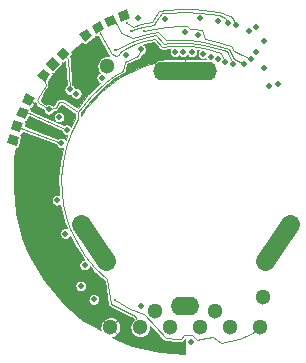
<source format=gbr>
G04 #@! TF.FileFunction,Copper,L3,Inr,Signal*
%FSLAX46Y46*%
G04 Gerber Fmt 4.6, Leading zero omitted, Abs format (unit mm)*
G04 Created by KiCad (PCBNEW 0.201503110816+5502~22~ubuntu14.04.1-product) date ថ្ងៃ​អាទិត្យ ថ្ងៃ 29 ខែ មិនា ឆ្នាំ  2015, 13 ម៉ោង m នាទី 44 វិនាទី​*
%MOMM*%
G01*
G04 APERTURE LIST*
%ADD10C,0.020000*%
%ADD11C,1.600000*%
%ADD12O,5.400000X1.600000*%
%ADD13O,2.400000X1.600000*%
%ADD14C,1.300000*%
%ADD15C,0.500000*%
%ADD16C,0.250000*%
%ADD17C,0.100000*%
G04 APERTURE END LIST*
D10*
D11*
X100845913Y-99563789D02*
X98754087Y-102736211D01*
D12*
X92000000Y-86650000D03*
D11*
X85243143Y-102738034D02*
X83156857Y-99561966D01*
D13*
X92000000Y-106500000D03*
D14*
X85650000Y-108320000D03*
X90730000Y-108320000D03*
X88190000Y-108320000D03*
X93270000Y-108320000D03*
X85400000Y-86200000D03*
X98600000Y-105800000D03*
X98350000Y-108320000D03*
X95820000Y-108320000D03*
X89460000Y-106920000D03*
X94550000Y-106920000D03*
D10*
G36*
X82195599Y-85169873D02*
X81620127Y-85725599D01*
X81064401Y-85150127D01*
X81639873Y-84594401D01*
X82195599Y-85169873D01*
X82195599Y-85169873D01*
G37*
G36*
X87322685Y-82169069D02*
X86570931Y-82442685D01*
X86297315Y-81690931D01*
X87049069Y-81417315D01*
X87322685Y-82169069D01*
X87322685Y-82169069D01*
G37*
G36*
X86211570Y-82583476D02*
X85486524Y-82921570D01*
X85148430Y-82196524D01*
X85873476Y-81858430D01*
X86211570Y-82583476D01*
X86211570Y-82583476D01*
G37*
G36*
X85146410Y-83096410D02*
X84453590Y-83496410D01*
X84053590Y-82803590D01*
X84746410Y-82403590D01*
X85146410Y-83096410D01*
X85146410Y-83096410D01*
G37*
G36*
X80568721Y-86891507D02*
X80098493Y-87538721D01*
X79451279Y-87068493D01*
X79921507Y-86421279D01*
X80568721Y-86891507D01*
X80568721Y-86891507D01*
G37*
G36*
X81344910Y-86000394D02*
X80809606Y-86594910D01*
X80215090Y-86059606D01*
X80750394Y-85465090D01*
X81344910Y-86000394D01*
X81344910Y-86000394D01*
G37*
G36*
X84127091Y-83698230D02*
X83471770Y-84157091D01*
X83012909Y-83501770D01*
X83668230Y-83042909D01*
X84127091Y-83698230D01*
X84127091Y-83698230D01*
G37*
G36*
X78268435Y-91052020D02*
X78007980Y-91808435D01*
X77251565Y-91547980D01*
X77512020Y-90791565D01*
X78268435Y-91052020D01*
X78268435Y-91052020D01*
G37*
G36*
X78725961Y-89961757D02*
X78408243Y-90695961D01*
X77674039Y-90378243D01*
X77991757Y-89644039D01*
X78725961Y-89961757D01*
X78725961Y-89961757D01*
G37*
G36*
X79250968Y-88894610D02*
X78875390Y-89600968D01*
X78169032Y-89225390D01*
X78544610Y-88519032D01*
X79250968Y-88894610D01*
X79250968Y-88894610D01*
G37*
G36*
X77904887Y-92178650D02*
X77711350Y-92954887D01*
X76935113Y-92761350D01*
X77128650Y-91985113D01*
X77904887Y-92178650D01*
X77904887Y-92178650D01*
G37*
D15*
X91990000Y-83360000D03*
X88030000Y-82150000D03*
X93060000Y-83590000D03*
X97410000Y-83270000D03*
X90310000Y-82230000D03*
X94740000Y-82360000D03*
X98630000Y-86340000D03*
X97940000Y-85040000D03*
X98660000Y-84080000D03*
X82270000Y-102630000D03*
X84780000Y-105100000D03*
X83050000Y-87390000D03*
X80090000Y-93730000D03*
D16*
X79640000Y-91110000D03*
X79970000Y-90320000D03*
X86060000Y-106050000D03*
D15*
X99120000Y-87930000D03*
X86980000Y-85250000D03*
D16*
X86050000Y-84890000D03*
D15*
X82210000Y-88190000D03*
X96020000Y-86070000D03*
D16*
X88460000Y-83230000D03*
D15*
X97570000Y-85600000D03*
X96970000Y-86020000D03*
X95380000Y-85830000D03*
X80440000Y-89870000D03*
X88220000Y-84800000D03*
X94750000Y-85630000D03*
X82760000Y-88540000D03*
X94130000Y-85420000D03*
X84920000Y-87210000D03*
X81290000Y-90530000D03*
X84250000Y-105970000D03*
X93500000Y-85150000D03*
X81510000Y-92730000D03*
X91110000Y-85000000D03*
X81840000Y-100390000D03*
X83470000Y-103050000D03*
X81130000Y-97580000D03*
X81960000Y-91600000D03*
X92550000Y-85020000D03*
X83134786Y-104823552D03*
D16*
X87360000Y-83230000D03*
D15*
X95630000Y-82560000D03*
D16*
X87100000Y-82570000D03*
D15*
X96260000Y-82730000D03*
X91770000Y-85000000D03*
X92440000Y-109550000D03*
X99810000Y-87700000D03*
X88220000Y-106560000D03*
X97990000Y-82900000D03*
X93210000Y-82150000D03*
D17*
X87940000Y-86170000D02*
X86510000Y-87030000D01*
X89600000Y-85690000D02*
X87940000Y-86170000D01*
X90740000Y-85590000D02*
X89600000Y-85690000D01*
X91910000Y-85540000D02*
X90740000Y-85590000D01*
X92010000Y-85690000D02*
X91910000Y-85540000D01*
X92000000Y-86650000D02*
X92010000Y-85690000D01*
X79200000Y-89320000D02*
X79330000Y-89620000D01*
X78710000Y-89060000D02*
X79200000Y-89320000D01*
X79910000Y-90050000D02*
X79970000Y-90320000D01*
X79430000Y-89820000D02*
X79910000Y-90050000D01*
X79200000Y-89320000D02*
X79430000Y-89820000D01*
X78710000Y-89060000D02*
X79200000Y-89320000D01*
X94320000Y-109190000D02*
X93290000Y-109360000D01*
X93290000Y-109360000D02*
X92980000Y-109380000D01*
X92980000Y-109380000D02*
X92550000Y-108990000D01*
X92550000Y-108990000D02*
X91900000Y-109000000D01*
X91900000Y-109000000D02*
X91590000Y-109360000D01*
X91590000Y-109360000D02*
X91380000Y-109360000D01*
X86060000Y-106050000D02*
X87350000Y-106760000D01*
X87350000Y-106760000D02*
X88460000Y-107210000D01*
X88460000Y-107210000D02*
X90320000Y-109240000D01*
X90320000Y-109240000D02*
X91380000Y-109360000D01*
X94320000Y-109190000D02*
X95020000Y-109690000D01*
X95020000Y-109690000D02*
X96510000Y-109290000D01*
X96510000Y-109290000D02*
X97540000Y-108920000D01*
X97540000Y-108920000D02*
X98350000Y-108320000D01*
X81630000Y-85160000D02*
X82070000Y-85580000D01*
X82070000Y-85580000D02*
X82210000Y-88190000D01*
X90610000Y-84280000D02*
X90230000Y-84320000D01*
X90230000Y-84320000D02*
X89510000Y-83620000D01*
X89510000Y-83620000D02*
X88740000Y-83770000D01*
X88740000Y-83770000D02*
X87660000Y-84120000D01*
X87660000Y-84120000D02*
X86050000Y-84890000D01*
X96020000Y-86070000D02*
X95530000Y-84950000D01*
X92430000Y-84280000D02*
X90610000Y-84280000D01*
X93590000Y-84410000D02*
X92430000Y-84280000D01*
X95530000Y-84950000D02*
X93590000Y-84410000D01*
X90460000Y-82920000D02*
X89350000Y-83040000D01*
X89350000Y-83040000D02*
X88460000Y-83230000D01*
X92700000Y-83060000D02*
X92400000Y-83050000D01*
X91540000Y-82830000D02*
X90460000Y-82920000D01*
X92140000Y-82810000D02*
X91540000Y-82830000D01*
X92400000Y-83050000D02*
X92140000Y-82810000D01*
X93390000Y-83150000D02*
X92700000Y-83060000D01*
X96630000Y-85150000D02*
X96120000Y-84970000D01*
X96120000Y-84970000D02*
X95890000Y-84490000D01*
X95890000Y-84490000D02*
X94390000Y-84090000D01*
X94390000Y-84090000D02*
X93700000Y-83900000D01*
X93700000Y-83900000D02*
X93390000Y-83150000D01*
X97570000Y-85600000D02*
X96630000Y-85150000D01*
X90400000Y-84030000D02*
X89660000Y-83320000D01*
X89660000Y-83320000D02*
X88750000Y-83490000D01*
X88750000Y-83490000D02*
X87580000Y-83870000D01*
X87580000Y-83870000D02*
X86534118Y-83400819D01*
X86534118Y-83400819D02*
X86180000Y-82610000D01*
X86180000Y-82610000D02*
X85680000Y-82390000D01*
X96970000Y-86020000D02*
X96100000Y-85600000D01*
X92360000Y-84010000D02*
X90400000Y-84030000D01*
X93590000Y-84150000D02*
X92360000Y-84010000D01*
X95710000Y-84730000D02*
X93590000Y-84150000D01*
X96100000Y-85600000D02*
X95710000Y-84730000D01*
X87770000Y-84350000D02*
X87080000Y-84680000D01*
X87080000Y-84680000D02*
X86450000Y-84980000D01*
X86450000Y-84980000D02*
X86350000Y-85240000D01*
X86350000Y-85240000D02*
X86130000Y-85350000D01*
X86130000Y-85350000D02*
X85760000Y-85220000D01*
X85760000Y-85220000D02*
X84750000Y-83380000D01*
X84750000Y-83380000D02*
X84600000Y-82950000D01*
X90780000Y-84540000D02*
X90050000Y-84600000D01*
X90050000Y-84600000D02*
X89390000Y-83910000D01*
X89390000Y-83910000D02*
X88480000Y-84120000D01*
X88480000Y-84120000D02*
X87770000Y-84350000D01*
X95020000Y-85100000D02*
X93620000Y-84710000D01*
X93620000Y-84710000D02*
X92520000Y-84550000D01*
X92520000Y-84550000D02*
X91560000Y-84530000D01*
X91560000Y-84530000D02*
X90780000Y-84540000D01*
X95380000Y-85830000D02*
X95020000Y-85100000D01*
X81470000Y-95700000D02*
X81520000Y-96840000D01*
X81520000Y-96840000D02*
X81660000Y-97940000D01*
X81660000Y-97940000D02*
X81970000Y-99250000D01*
X81970000Y-99250000D02*
X82220000Y-100000000D01*
X80440000Y-89870000D02*
X79580000Y-89380000D01*
X79580000Y-89380000D02*
X79480000Y-89090000D01*
X79480000Y-89090000D02*
X79930000Y-88220000D01*
X79930000Y-88220000D02*
X80160000Y-87880000D01*
X80160000Y-87880000D02*
X80010000Y-86980000D01*
X82950000Y-90130000D02*
X81610000Y-89230000D01*
X81610000Y-89230000D02*
X81270000Y-89280000D01*
X81270000Y-89280000D02*
X81010000Y-89770000D01*
X81010000Y-89770000D02*
X80440000Y-89870000D01*
X82342127Y-91890241D02*
X82900000Y-90710000D01*
X82900000Y-90710000D02*
X82950000Y-90130000D01*
X88220000Y-84800000D02*
X87990000Y-85380000D01*
X87990000Y-85380000D02*
X86880000Y-85890000D01*
X86880000Y-85890000D02*
X86710000Y-86600000D01*
X86710000Y-86600000D02*
X85930000Y-87040000D01*
X85930000Y-87040000D02*
X85260000Y-87560000D01*
X85260000Y-87560000D02*
X83980000Y-88750000D01*
X83980000Y-88750000D02*
X82950000Y-90130000D01*
X82342127Y-91890241D02*
X81880000Y-93060000D01*
X81880000Y-93060000D02*
X81600000Y-94370000D01*
X81600000Y-94370000D02*
X81470000Y-95700000D01*
X82220000Y-100000000D02*
X82790000Y-101110000D01*
X82790000Y-101110000D02*
X83510000Y-102280000D01*
X83510000Y-102280000D02*
X84370000Y-103350000D01*
X84370000Y-103350000D02*
X85390000Y-104280000D01*
X85390000Y-104280000D02*
X85690000Y-106340000D01*
X85690000Y-106340000D02*
X86590000Y-106820000D01*
X86590000Y-106820000D02*
X87760000Y-107370000D01*
X87760000Y-107370000D02*
X88190000Y-108320000D01*
X81510000Y-92730000D02*
X78220000Y-91520000D01*
X78220000Y-91520000D02*
X77760000Y-91300000D01*
X81960000Y-91600000D02*
X78790000Y-90190000D01*
X78790000Y-90190000D02*
X78200000Y-90170000D01*
X87750000Y-83110000D02*
X87360000Y-83230000D01*
X91960000Y-81630000D02*
X90540000Y-81710000D01*
X90540000Y-81710000D02*
X89990000Y-81760000D01*
X89990000Y-81760000D02*
X89540000Y-82400000D01*
X89540000Y-82400000D02*
X89330000Y-82700000D01*
X89330000Y-82700000D02*
X88430000Y-82900000D01*
X88430000Y-82900000D02*
X87750000Y-83110000D01*
X95630000Y-82560000D02*
X95380000Y-82110000D01*
X95380000Y-82110000D02*
X94850000Y-81910000D01*
X94850000Y-81910000D02*
X93230000Y-81690000D01*
X93230000Y-81690000D02*
X91960000Y-81630000D01*
X89150000Y-82470000D02*
X88230000Y-82680000D01*
X88230000Y-82680000D02*
X87560000Y-82900000D01*
X87560000Y-82900000D02*
X87100000Y-82570000D01*
X91510000Y-81370000D02*
X90430000Y-81450000D01*
X90430000Y-81450000D02*
X89770000Y-81510000D01*
X89770000Y-81510000D02*
X89150000Y-82470000D01*
X96260000Y-82730000D02*
X95940000Y-82080000D01*
X95940000Y-82080000D02*
X95810000Y-82010000D01*
X95810000Y-82010000D02*
X94870000Y-81640000D01*
X94870000Y-81640000D02*
X94140000Y-81540000D01*
X94140000Y-81540000D02*
X92810000Y-81390000D01*
X92810000Y-81390000D02*
X91510000Y-81370000D01*
G36*
X82011013Y-92047965D02*
X81856162Y-92439932D01*
X81798228Y-92381592D01*
X81725066Y-92332243D01*
X81643712Y-92298045D01*
X81557265Y-92280300D01*
X81469018Y-92279684D01*
X81382332Y-92296220D01*
X81300508Y-92329279D01*
X81244447Y-92365963D01*
X78390031Y-91316162D01*
X78458454Y-91117449D01*
X78466526Y-91085904D01*
X78468137Y-91029497D01*
X78454003Y-90974867D01*
X78425238Y-90926319D01*
X78391084Y-90894232D01*
X78415379Y-90896802D01*
X78470933Y-90886901D01*
X78521544Y-90861946D01*
X78563222Y-90823904D01*
X78592682Y-90775775D01*
X78737810Y-90440401D01*
X81516475Y-91676337D01*
X81525340Y-91724637D01*
X81557826Y-91806689D01*
X81605632Y-91880869D01*
X81666935Y-91944350D01*
X81739401Y-91994715D01*
X81820270Y-92030046D01*
X81906460Y-92048996D01*
X81994691Y-92050844D01*
X82011013Y-92047965D01*
X82011013Y-92047965D01*
G37*
X82011013Y-92047965D02*
X81856162Y-92439932D01*
X81798228Y-92381592D01*
X81725066Y-92332243D01*
X81643712Y-92298045D01*
X81557265Y-92280300D01*
X81469018Y-92279684D01*
X81382332Y-92296220D01*
X81300508Y-92329279D01*
X81244447Y-92365963D01*
X78390031Y-91316162D01*
X78458454Y-91117449D01*
X78466526Y-91085904D01*
X78468137Y-91029497D01*
X78454003Y-90974867D01*
X78425238Y-90926319D01*
X78391084Y-90894232D01*
X78415379Y-90896802D01*
X78470933Y-90886901D01*
X78521544Y-90861946D01*
X78563222Y-90823904D01*
X78592682Y-90775775D01*
X78737810Y-90440401D01*
X81516475Y-91676337D01*
X81525340Y-91724637D01*
X81557826Y-91806689D01*
X81605632Y-91880869D01*
X81666935Y-91944350D01*
X81739401Y-91994715D01*
X81820270Y-92030046D01*
X81906460Y-92048996D01*
X81994691Y-92050844D01*
X82011013Y-92047965D01*
G36*
X82688265Y-90255362D02*
X82654781Y-90643775D01*
X82326463Y-91338369D01*
X82310412Y-91314211D01*
X82248228Y-91251592D01*
X82175066Y-91202243D01*
X82093712Y-91168045D01*
X82007265Y-91150300D01*
X81919018Y-91149684D01*
X81832332Y-91166220D01*
X81750508Y-91199279D01*
X81740019Y-91206142D01*
X81740019Y-90485875D01*
X81722878Y-90399306D01*
X81689249Y-90317716D01*
X81640412Y-90244211D01*
X81578228Y-90181592D01*
X81505066Y-90132243D01*
X81423712Y-90098045D01*
X81337265Y-90080300D01*
X81249018Y-90079684D01*
X81162332Y-90096220D01*
X81080508Y-90129279D01*
X81006664Y-90177601D01*
X80943612Y-90239346D01*
X80893754Y-90312162D01*
X80858989Y-90393275D01*
X80840641Y-90479596D01*
X80839409Y-90567837D01*
X80855340Y-90654637D01*
X80887826Y-90736689D01*
X80935632Y-90810869D01*
X80996935Y-90874350D01*
X81069401Y-90924715D01*
X81150270Y-90960046D01*
X81236460Y-90978996D01*
X81324691Y-90980844D01*
X81411599Y-90965520D01*
X81493876Y-90933607D01*
X81568388Y-90886320D01*
X81632296Y-90825462D01*
X81683166Y-90753349D01*
X81719060Y-90672729D01*
X81738611Y-90586673D01*
X81740019Y-90485875D01*
X81740019Y-91206142D01*
X81719643Y-91219476D01*
X78924518Y-89976218D01*
X78926802Y-89954621D01*
X78916901Y-89899067D01*
X78891946Y-89848456D01*
X78853904Y-89806778D01*
X78840422Y-89798525D01*
X78875828Y-89801935D01*
X78915027Y-89797987D01*
X78952702Y-89786470D01*
X78987406Y-89767823D01*
X79017806Y-89742763D01*
X79042732Y-89712255D01*
X79061228Y-89677470D01*
X79213948Y-89390245D01*
X79193274Y-89322624D01*
X79019013Y-89229967D01*
X79024064Y-89221328D01*
X79197969Y-89313795D01*
X79265589Y-89293121D01*
X79277725Y-89270295D01*
X79343657Y-89461497D01*
X79349931Y-89475185D01*
X79355162Y-89489306D01*
X79360071Y-89497308D01*
X79363987Y-89505852D01*
X79372804Y-89518066D01*
X79380675Y-89530896D01*
X79387047Y-89537794D01*
X79392546Y-89545412D01*
X79403561Y-89555674D01*
X79413780Y-89566738D01*
X79421376Y-89572272D01*
X79428245Y-89578671D01*
X79441037Y-89586594D01*
X79453216Y-89595467D01*
X79456237Y-89597216D01*
X79989503Y-89901054D01*
X79989409Y-89907837D01*
X80005340Y-89994637D01*
X80037826Y-90076689D01*
X80085632Y-90150869D01*
X80146935Y-90214350D01*
X80219401Y-90264715D01*
X80300270Y-90300046D01*
X80386460Y-90318996D01*
X80474691Y-90320844D01*
X80561599Y-90305520D01*
X80643876Y-90273607D01*
X80718388Y-90226320D01*
X80782296Y-90165462D01*
X80833166Y-90093349D01*
X80851763Y-90051578D01*
X81053199Y-90016239D01*
X81066857Y-90012438D01*
X81080791Y-90009768D01*
X81090311Y-90005912D01*
X81100205Y-90003159D01*
X81112871Y-89996774D01*
X81126013Y-89991452D01*
X81134598Y-89985823D01*
X81143775Y-89981198D01*
X81154960Y-89972473D01*
X81166818Y-89964700D01*
X81174153Y-89957504D01*
X81182248Y-89951191D01*
X81191517Y-89940471D01*
X81201649Y-89930533D01*
X81207447Y-89922049D01*
X81214162Y-89914284D01*
X81221174Y-89901964D01*
X81229180Y-89890251D01*
X81230837Y-89887179D01*
X81431538Y-89508933D01*
X81550802Y-89491394D01*
X82688265Y-90255362D01*
X82688265Y-90255362D01*
G37*
X82688265Y-90255362D02*
X82654781Y-90643775D01*
X82326463Y-91338369D01*
X82310412Y-91314211D01*
X82248228Y-91251592D01*
X82175066Y-91202243D01*
X82093712Y-91168045D01*
X82007265Y-91150300D01*
X81919018Y-91149684D01*
X81832332Y-91166220D01*
X81750508Y-91199279D01*
X81740019Y-91206142D01*
X81740019Y-90485875D01*
X81722878Y-90399306D01*
X81689249Y-90317716D01*
X81640412Y-90244211D01*
X81578228Y-90181592D01*
X81505066Y-90132243D01*
X81423712Y-90098045D01*
X81337265Y-90080300D01*
X81249018Y-90079684D01*
X81162332Y-90096220D01*
X81080508Y-90129279D01*
X81006664Y-90177601D01*
X80943612Y-90239346D01*
X80893754Y-90312162D01*
X80858989Y-90393275D01*
X80840641Y-90479596D01*
X80839409Y-90567837D01*
X80855340Y-90654637D01*
X80887826Y-90736689D01*
X80935632Y-90810869D01*
X80996935Y-90874350D01*
X81069401Y-90924715D01*
X81150270Y-90960046D01*
X81236460Y-90978996D01*
X81324691Y-90980844D01*
X81411599Y-90965520D01*
X81493876Y-90933607D01*
X81568388Y-90886320D01*
X81632296Y-90825462D01*
X81683166Y-90753349D01*
X81719060Y-90672729D01*
X81738611Y-90586673D01*
X81740019Y-90485875D01*
X81740019Y-91206142D01*
X81719643Y-91219476D01*
X78924518Y-89976218D01*
X78926802Y-89954621D01*
X78916901Y-89899067D01*
X78891946Y-89848456D01*
X78853904Y-89806778D01*
X78840422Y-89798525D01*
X78875828Y-89801935D01*
X78915027Y-89797987D01*
X78952702Y-89786470D01*
X78987406Y-89767823D01*
X79017806Y-89742763D01*
X79042732Y-89712255D01*
X79061228Y-89677470D01*
X79213948Y-89390245D01*
X79193274Y-89322624D01*
X79019013Y-89229967D01*
X79024064Y-89221328D01*
X79197969Y-89313795D01*
X79265589Y-89293121D01*
X79277725Y-89270295D01*
X79343657Y-89461497D01*
X79349931Y-89475185D01*
X79355162Y-89489306D01*
X79360071Y-89497308D01*
X79363987Y-89505852D01*
X79372804Y-89518066D01*
X79380675Y-89530896D01*
X79387047Y-89537794D01*
X79392546Y-89545412D01*
X79403561Y-89555674D01*
X79413780Y-89566738D01*
X79421376Y-89572272D01*
X79428245Y-89578671D01*
X79441037Y-89586594D01*
X79453216Y-89595467D01*
X79456237Y-89597216D01*
X79989503Y-89901054D01*
X79989409Y-89907837D01*
X80005340Y-89994637D01*
X80037826Y-90076689D01*
X80085632Y-90150869D01*
X80146935Y-90214350D01*
X80219401Y-90264715D01*
X80300270Y-90300046D01*
X80386460Y-90318996D01*
X80474691Y-90320844D01*
X80561599Y-90305520D01*
X80643876Y-90273607D01*
X80718388Y-90226320D01*
X80782296Y-90165462D01*
X80833166Y-90093349D01*
X80851763Y-90051578D01*
X81053199Y-90016239D01*
X81066857Y-90012438D01*
X81080791Y-90009768D01*
X81090311Y-90005912D01*
X81100205Y-90003159D01*
X81112871Y-89996774D01*
X81126013Y-89991452D01*
X81134598Y-89985823D01*
X81143775Y-89981198D01*
X81154960Y-89972473D01*
X81166818Y-89964700D01*
X81174153Y-89957504D01*
X81182248Y-89951191D01*
X81191517Y-89940471D01*
X81201649Y-89930533D01*
X81207447Y-89922049D01*
X81214162Y-89914284D01*
X81221174Y-89901964D01*
X81229180Y-89890251D01*
X81230837Y-89887179D01*
X81431538Y-89508933D01*
X81550802Y-89491394D01*
X82688265Y-90255362D01*
G36*
X85556310Y-85364325D02*
X85489279Y-85350566D01*
X85322590Y-85349402D01*
X85158848Y-85380637D01*
X85004293Y-85443082D01*
X84864810Y-85534357D01*
X84745711Y-85650987D01*
X84651535Y-85788528D01*
X84585867Y-85941742D01*
X84551210Y-86104793D01*
X84548882Y-86271470D01*
X84578974Y-86435425D01*
X84640338Y-86590413D01*
X84730637Y-86730530D01*
X84779691Y-86781327D01*
X84710508Y-86809279D01*
X84636664Y-86857601D01*
X84573612Y-86919346D01*
X84523754Y-86992162D01*
X84488989Y-87073275D01*
X84470641Y-87159596D01*
X84469409Y-87247837D01*
X84485340Y-87334637D01*
X84517826Y-87416689D01*
X84565632Y-87490869D01*
X84626935Y-87554350D01*
X84699401Y-87604715D01*
X84780270Y-87640046D01*
X84801672Y-87644751D01*
X83809778Y-88566904D01*
X83796003Y-88582479D01*
X83781760Y-88597681D01*
X83779652Y-88600465D01*
X82891928Y-89789842D01*
X81749389Y-89022465D01*
X81734306Y-89014348D01*
X81719727Y-89005367D01*
X81712871Y-89002812D01*
X81706424Y-88999343D01*
X81690047Y-88994308D01*
X81674005Y-88988332D01*
X81666784Y-88987158D01*
X81659786Y-88985007D01*
X81642742Y-88983249D01*
X81625846Y-88980503D01*
X81618534Y-88980753D01*
X81611252Y-88980003D01*
X81594200Y-88981588D01*
X81577084Y-88982176D01*
X81573627Y-88982660D01*
X81233627Y-89032660D01*
X81216524Y-89036913D01*
X81199209Y-89040232D01*
X81192890Y-89042791D01*
X81186277Y-89044436D01*
X81170321Y-89051932D01*
X81153987Y-89058548D01*
X81148290Y-89062282D01*
X81142117Y-89065183D01*
X81127918Y-89075638D01*
X81113182Y-89085300D01*
X81108314Y-89090075D01*
X81102828Y-89094115D01*
X81090940Y-89107117D01*
X81078351Y-89119467D01*
X81074504Y-89125095D01*
X81069906Y-89130125D01*
X81060771Y-89145188D01*
X81050820Y-89159749D01*
X81049163Y-89162821D01*
X80846439Y-89544876D01*
X80765459Y-89559083D01*
X80728228Y-89521592D01*
X80655066Y-89472243D01*
X80573712Y-89438045D01*
X80487265Y-89420300D01*
X80399018Y-89419684D01*
X80312332Y-89436220D01*
X80237052Y-89466634D01*
X79785627Y-89209427D01*
X79751252Y-89109739D01*
X80145304Y-88347905D01*
X80367071Y-88020077D01*
X80376578Y-88002549D01*
X80386691Y-87985408D01*
X80388181Y-87981160D01*
X80390336Y-87977189D01*
X80396265Y-87958125D01*
X80402848Y-87939368D01*
X80403484Y-87934913D01*
X80404827Y-87930599D01*
X80406937Y-87910774D01*
X80409755Y-87891069D01*
X80409513Y-87886562D01*
X80409991Y-87882081D01*
X80408213Y-87862254D01*
X80407149Y-87842347D01*
X80406598Y-87838900D01*
X80354764Y-87527899D01*
X80731307Y-87009633D01*
X80748250Y-86981826D01*
X80766282Y-86928355D01*
X80768738Y-86871979D01*
X80755424Y-86817143D01*
X80733552Y-86778935D01*
X80752309Y-86787537D01*
X80808119Y-86795872D01*
X80864047Y-86788363D01*
X80915682Y-86765602D01*
X80958954Y-86729384D01*
X81494258Y-86134868D01*
X81514014Y-86108984D01*
X81537537Y-86057691D01*
X81545872Y-86001881D01*
X81538363Y-85945953D01*
X81516133Y-85895522D01*
X81549532Y-85913760D01*
X81604625Y-85925968D01*
X81660940Y-85922379D01*
X81714038Y-85903275D01*
X81759731Y-85870163D01*
X81831488Y-85800868D01*
X81940260Y-87828703D01*
X81926664Y-87837601D01*
X81863612Y-87899346D01*
X81813754Y-87972162D01*
X81778989Y-88053275D01*
X81760641Y-88139596D01*
X81759409Y-88227837D01*
X81775340Y-88314637D01*
X81807826Y-88396689D01*
X81855632Y-88470869D01*
X81916935Y-88534350D01*
X81989401Y-88584715D01*
X82070270Y-88620046D01*
X82156460Y-88638996D01*
X82244691Y-88640844D01*
X82318581Y-88627815D01*
X82325340Y-88664637D01*
X82357826Y-88746689D01*
X82405632Y-88820869D01*
X82466935Y-88884350D01*
X82539401Y-88934715D01*
X82620270Y-88970046D01*
X82706460Y-88988996D01*
X82794691Y-88990844D01*
X82881599Y-88975520D01*
X82963876Y-88943607D01*
X83038388Y-88896320D01*
X83102296Y-88835462D01*
X83153166Y-88763349D01*
X83189060Y-88682729D01*
X83208611Y-88596673D01*
X83210019Y-88495875D01*
X83192878Y-88409306D01*
X83159249Y-88327716D01*
X83110412Y-88254211D01*
X83048228Y-88191592D01*
X82975066Y-88142243D01*
X82893712Y-88108045D01*
X82807265Y-88090300D01*
X82719018Y-88089684D01*
X82651445Y-88102574D01*
X82642878Y-88059306D01*
X82609249Y-87977716D01*
X82560412Y-87904211D01*
X82498228Y-87841592D01*
X82439547Y-87802011D01*
X82319641Y-85566609D01*
X82316727Y-85547500D01*
X82314598Y-85528312D01*
X82313057Y-85523436D01*
X82312286Y-85518375D01*
X82305715Y-85500195D01*
X82299900Y-85481786D01*
X82297441Y-85477302D01*
X82295702Y-85472488D01*
X82285727Y-85455933D01*
X82276445Y-85439002D01*
X82273162Y-85435080D01*
X82270521Y-85430697D01*
X82257519Y-85416393D01*
X82245127Y-85401589D01*
X82245040Y-85401505D01*
X82335203Y-85314437D01*
X82356716Y-85289995D01*
X82383760Y-85240468D01*
X82395968Y-85185375D01*
X82392379Y-85129060D01*
X82373275Y-85075962D01*
X82340163Y-85030269D01*
X82324841Y-85014403D01*
X82392984Y-84947681D01*
X83289553Y-84247235D01*
X83307147Y-84272361D01*
X83327923Y-84297434D01*
X83372610Y-84331892D01*
X83425115Y-84352568D01*
X83481298Y-84357833D01*
X83536730Y-84347270D01*
X83587040Y-84321714D01*
X84242361Y-83862853D01*
X84267434Y-83842077D01*
X84301892Y-83797390D01*
X84322568Y-83744885D01*
X84327833Y-83688702D01*
X84319141Y-83643092D01*
X84339572Y-83661903D01*
X84390075Y-83687077D01*
X84445586Y-83697218D01*
X84501727Y-83691527D01*
X84554074Y-83670453D01*
X84607359Y-83639688D01*
X85540846Y-85340297D01*
X85550056Y-85353767D01*
X85556310Y-85364325D01*
X85556310Y-85364325D01*
G37*
X85556310Y-85364325D02*
X85489279Y-85350566D01*
X85322590Y-85349402D01*
X85158848Y-85380637D01*
X85004293Y-85443082D01*
X84864810Y-85534357D01*
X84745711Y-85650987D01*
X84651535Y-85788528D01*
X84585867Y-85941742D01*
X84551210Y-86104793D01*
X84548882Y-86271470D01*
X84578974Y-86435425D01*
X84640338Y-86590413D01*
X84730637Y-86730530D01*
X84779691Y-86781327D01*
X84710508Y-86809279D01*
X84636664Y-86857601D01*
X84573612Y-86919346D01*
X84523754Y-86992162D01*
X84488989Y-87073275D01*
X84470641Y-87159596D01*
X84469409Y-87247837D01*
X84485340Y-87334637D01*
X84517826Y-87416689D01*
X84565632Y-87490869D01*
X84626935Y-87554350D01*
X84699401Y-87604715D01*
X84780270Y-87640046D01*
X84801672Y-87644751D01*
X83809778Y-88566904D01*
X83796003Y-88582479D01*
X83781760Y-88597681D01*
X83779652Y-88600465D01*
X82891928Y-89789842D01*
X81749389Y-89022465D01*
X81734306Y-89014348D01*
X81719727Y-89005367D01*
X81712871Y-89002812D01*
X81706424Y-88999343D01*
X81690047Y-88994308D01*
X81674005Y-88988332D01*
X81666784Y-88987158D01*
X81659786Y-88985007D01*
X81642742Y-88983249D01*
X81625846Y-88980503D01*
X81618534Y-88980753D01*
X81611252Y-88980003D01*
X81594200Y-88981588D01*
X81577084Y-88982176D01*
X81573627Y-88982660D01*
X81233627Y-89032660D01*
X81216524Y-89036913D01*
X81199209Y-89040232D01*
X81192890Y-89042791D01*
X81186277Y-89044436D01*
X81170321Y-89051932D01*
X81153987Y-89058548D01*
X81148290Y-89062282D01*
X81142117Y-89065183D01*
X81127918Y-89075638D01*
X81113182Y-89085300D01*
X81108314Y-89090075D01*
X81102828Y-89094115D01*
X81090940Y-89107117D01*
X81078351Y-89119467D01*
X81074504Y-89125095D01*
X81069906Y-89130125D01*
X81060771Y-89145188D01*
X81050820Y-89159749D01*
X81049163Y-89162821D01*
X80846439Y-89544876D01*
X80765459Y-89559083D01*
X80728228Y-89521592D01*
X80655066Y-89472243D01*
X80573712Y-89438045D01*
X80487265Y-89420300D01*
X80399018Y-89419684D01*
X80312332Y-89436220D01*
X80237052Y-89466634D01*
X79785627Y-89209427D01*
X79751252Y-89109739D01*
X80145304Y-88347905D01*
X80367071Y-88020077D01*
X80376578Y-88002549D01*
X80386691Y-87985408D01*
X80388181Y-87981160D01*
X80390336Y-87977189D01*
X80396265Y-87958125D01*
X80402848Y-87939368D01*
X80403484Y-87934913D01*
X80404827Y-87930599D01*
X80406937Y-87910774D01*
X80409755Y-87891069D01*
X80409513Y-87886562D01*
X80409991Y-87882081D01*
X80408213Y-87862254D01*
X80407149Y-87842347D01*
X80406598Y-87838900D01*
X80354764Y-87527899D01*
X80731307Y-87009633D01*
X80748250Y-86981826D01*
X80766282Y-86928355D01*
X80768738Y-86871979D01*
X80755424Y-86817143D01*
X80733552Y-86778935D01*
X80752309Y-86787537D01*
X80808119Y-86795872D01*
X80864047Y-86788363D01*
X80915682Y-86765602D01*
X80958954Y-86729384D01*
X81494258Y-86134868D01*
X81514014Y-86108984D01*
X81537537Y-86057691D01*
X81545872Y-86001881D01*
X81538363Y-85945953D01*
X81516133Y-85895522D01*
X81549532Y-85913760D01*
X81604625Y-85925968D01*
X81660940Y-85922379D01*
X81714038Y-85903275D01*
X81759731Y-85870163D01*
X81831488Y-85800868D01*
X81940260Y-87828703D01*
X81926664Y-87837601D01*
X81863612Y-87899346D01*
X81813754Y-87972162D01*
X81778989Y-88053275D01*
X81760641Y-88139596D01*
X81759409Y-88227837D01*
X81775340Y-88314637D01*
X81807826Y-88396689D01*
X81855632Y-88470869D01*
X81916935Y-88534350D01*
X81989401Y-88584715D01*
X82070270Y-88620046D01*
X82156460Y-88638996D01*
X82244691Y-88640844D01*
X82318581Y-88627815D01*
X82325340Y-88664637D01*
X82357826Y-88746689D01*
X82405632Y-88820869D01*
X82466935Y-88884350D01*
X82539401Y-88934715D01*
X82620270Y-88970046D01*
X82706460Y-88988996D01*
X82794691Y-88990844D01*
X82881599Y-88975520D01*
X82963876Y-88943607D01*
X83038388Y-88896320D01*
X83102296Y-88835462D01*
X83153166Y-88763349D01*
X83189060Y-88682729D01*
X83208611Y-88596673D01*
X83210019Y-88495875D01*
X83192878Y-88409306D01*
X83159249Y-88327716D01*
X83110412Y-88254211D01*
X83048228Y-88191592D01*
X82975066Y-88142243D01*
X82893712Y-88108045D01*
X82807265Y-88090300D01*
X82719018Y-88089684D01*
X82651445Y-88102574D01*
X82642878Y-88059306D01*
X82609249Y-87977716D01*
X82560412Y-87904211D01*
X82498228Y-87841592D01*
X82439547Y-87802011D01*
X82319641Y-85566609D01*
X82316727Y-85547500D01*
X82314598Y-85528312D01*
X82313057Y-85523436D01*
X82312286Y-85518375D01*
X82305715Y-85500195D01*
X82299900Y-85481786D01*
X82297441Y-85477302D01*
X82295702Y-85472488D01*
X82285727Y-85455933D01*
X82276445Y-85439002D01*
X82273162Y-85435080D01*
X82270521Y-85430697D01*
X82257519Y-85416393D01*
X82245127Y-85401589D01*
X82245040Y-85401505D01*
X82335203Y-85314437D01*
X82356716Y-85289995D01*
X82383760Y-85240468D01*
X82395968Y-85185375D01*
X82392379Y-85129060D01*
X82373275Y-85075962D01*
X82340163Y-85030269D01*
X82324841Y-85014403D01*
X82392984Y-84947681D01*
X83289553Y-84247235D01*
X83307147Y-84272361D01*
X83327923Y-84297434D01*
X83372610Y-84331892D01*
X83425115Y-84352568D01*
X83481298Y-84357833D01*
X83536730Y-84347270D01*
X83587040Y-84321714D01*
X84242361Y-83862853D01*
X84267434Y-83842077D01*
X84301892Y-83797390D01*
X84322568Y-83744885D01*
X84327833Y-83688702D01*
X84319141Y-83643092D01*
X84339572Y-83661903D01*
X84390075Y-83687077D01*
X84445586Y-83697218D01*
X84501727Y-83691527D01*
X84554074Y-83670453D01*
X84607359Y-83639688D01*
X85540846Y-85340297D01*
X85550056Y-85353767D01*
X85556310Y-85364325D01*
G36*
X91950000Y-110568652D02*
X89837286Y-110460308D01*
X87516059Y-109892454D01*
X86503636Y-109450568D01*
X86503636Y-108348535D01*
X86492801Y-108181451D01*
X86449577Y-108019691D01*
X86375627Y-107869472D01*
X86343919Y-107822019D01*
X86222118Y-107754953D01*
X86215047Y-107762024D01*
X86215047Y-107747882D01*
X86147981Y-107626081D01*
X86003035Y-107542264D01*
X85844523Y-107488334D01*
X85678535Y-107466364D01*
X85511451Y-107477199D01*
X85349691Y-107520423D01*
X85199472Y-107594373D01*
X85152019Y-107626081D01*
X85084953Y-107747882D01*
X85650000Y-108312929D01*
X86215047Y-107747882D01*
X86215047Y-107762024D01*
X85657071Y-108320000D01*
X86222118Y-108885047D01*
X86343919Y-108817981D01*
X86427736Y-108673035D01*
X86481666Y-108514523D01*
X86503636Y-108348535D01*
X86503636Y-109450568D01*
X85823142Y-109153557D01*
X85950309Y-109119577D01*
X86100528Y-109045627D01*
X86147981Y-109013919D01*
X86215047Y-108892118D01*
X85650000Y-108327071D01*
X85635857Y-108341213D01*
X85628786Y-108334142D01*
X85642929Y-108320000D01*
X85077882Y-107754953D01*
X84956081Y-107822019D01*
X84872264Y-107966965D01*
X84818334Y-108125477D01*
X84796364Y-108291465D01*
X84807199Y-108458549D01*
X84843321Y-108593734D01*
X84700019Y-108509403D01*
X84700019Y-105925875D01*
X84682878Y-105839306D01*
X84649249Y-105757716D01*
X84600412Y-105684211D01*
X84538228Y-105621592D01*
X84465066Y-105572243D01*
X84383712Y-105538045D01*
X84297265Y-105520300D01*
X84209018Y-105519684D01*
X84122332Y-105536220D01*
X84040508Y-105569279D01*
X83966664Y-105617601D01*
X83903612Y-105679346D01*
X83853754Y-105752162D01*
X83818989Y-105833275D01*
X83800641Y-105919596D01*
X83799409Y-106007837D01*
X83815340Y-106094637D01*
X83847826Y-106176689D01*
X83895632Y-106250869D01*
X83956935Y-106314350D01*
X84029401Y-106364715D01*
X84110270Y-106400046D01*
X84196460Y-106418996D01*
X84284691Y-106420844D01*
X84371599Y-106405520D01*
X84453876Y-106373607D01*
X84528388Y-106326320D01*
X84592296Y-106265462D01*
X84643166Y-106193349D01*
X84679060Y-106112729D01*
X84698611Y-106026673D01*
X84700019Y-105925875D01*
X84700019Y-108509403D01*
X83584805Y-107853125D01*
X83584805Y-104779427D01*
X83567664Y-104692858D01*
X83534035Y-104611268D01*
X83485198Y-104537763D01*
X83423014Y-104475144D01*
X83349852Y-104425795D01*
X83268498Y-104391597D01*
X83182051Y-104373852D01*
X83093804Y-104373236D01*
X83007118Y-104389772D01*
X82925294Y-104422831D01*
X82851450Y-104471153D01*
X82788398Y-104532898D01*
X82738540Y-104605714D01*
X82703775Y-104686827D01*
X82685427Y-104773148D01*
X82684195Y-104861389D01*
X82700126Y-104948189D01*
X82732612Y-105030241D01*
X82780418Y-105104421D01*
X82841721Y-105167902D01*
X82914187Y-105218267D01*
X82995056Y-105253598D01*
X83081246Y-105272548D01*
X83169477Y-105274396D01*
X83256385Y-105259072D01*
X83338662Y-105227159D01*
X83413174Y-105179872D01*
X83477082Y-105119014D01*
X83527952Y-105046901D01*
X83563846Y-104966281D01*
X83583397Y-104880225D01*
X83584805Y-104779427D01*
X83584805Y-107853125D01*
X83288754Y-107678906D01*
X81705494Y-106374459D01*
X80001111Y-104311258D01*
X78774929Y-102217776D01*
X78187623Y-100784352D01*
X77649416Y-98641491D01*
X77450074Y-96548404D01*
X77529875Y-93994776D01*
X77665881Y-93150403D01*
X77694860Y-93155177D01*
X77751192Y-93151866D01*
X77804383Y-93133024D01*
X77850239Y-93100138D01*
X77885145Y-93055800D01*
X77906348Y-93003505D01*
X78099885Y-92227268D01*
X78105177Y-92195140D01*
X78101866Y-92138808D01*
X78083024Y-92085617D01*
X78050138Y-92039761D01*
X78009195Y-92007528D01*
X78030503Y-92008137D01*
X78085133Y-91994003D01*
X78133681Y-91965238D01*
X78172318Y-91924111D01*
X78197999Y-91873864D01*
X78227211Y-91789023D01*
X81071772Y-92835199D01*
X81075340Y-92854637D01*
X81107826Y-92936689D01*
X81155632Y-93010869D01*
X81216935Y-93074350D01*
X81289401Y-93124715D01*
X81370270Y-93160046D01*
X81456460Y-93178996D01*
X81544691Y-93180844D01*
X81600632Y-93170980D01*
X81355522Y-94317745D01*
X81354125Y-94330068D01*
X81351549Y-94342208D01*
X81351186Y-94345680D01*
X81221186Y-95675680D01*
X81221190Y-95691584D01*
X81220111Y-95707466D01*
X81220240Y-95710954D01*
X81270240Y-96850954D01*
X81271455Y-96859484D01*
X81271584Y-96868097D01*
X81272001Y-96871564D01*
X81309646Y-97167354D01*
X81263712Y-97148045D01*
X81177265Y-97130300D01*
X81089018Y-97129684D01*
X81002332Y-97146220D01*
X80920508Y-97179279D01*
X80846664Y-97227601D01*
X80783612Y-97289346D01*
X80733754Y-97362162D01*
X80698989Y-97443275D01*
X80680641Y-97529596D01*
X80679409Y-97617837D01*
X80695340Y-97704637D01*
X80727826Y-97786689D01*
X80775632Y-97860869D01*
X80836935Y-97924350D01*
X80909401Y-97974715D01*
X80990270Y-98010046D01*
X81076460Y-98028996D01*
X81164691Y-98030844D01*
X81251599Y-98015520D01*
X81333876Y-97983607D01*
X81407579Y-97936832D01*
X81412000Y-97971563D01*
X81414555Y-97982761D01*
X81415938Y-97994168D01*
X81416719Y-97997570D01*
X81726719Y-99307571D01*
X81729779Y-99316502D01*
X81731748Y-99325737D01*
X81732829Y-99329057D01*
X81940198Y-99951165D01*
X81887265Y-99940300D01*
X81799018Y-99939684D01*
X81712332Y-99956220D01*
X81630508Y-99989279D01*
X81556664Y-100037601D01*
X81493612Y-100099346D01*
X81443754Y-100172162D01*
X81408989Y-100253275D01*
X81390641Y-100339596D01*
X81389409Y-100427837D01*
X81405340Y-100514637D01*
X81437826Y-100596689D01*
X81485632Y-100670869D01*
X81546935Y-100734350D01*
X81619401Y-100784715D01*
X81700270Y-100820046D01*
X81786460Y-100838996D01*
X81874691Y-100840844D01*
X81961599Y-100825520D01*
X82043876Y-100793607D01*
X82118388Y-100746320D01*
X82182296Y-100685462D01*
X82233166Y-100613349D01*
X82242807Y-100591694D01*
X82567608Y-101224201D01*
X82571898Y-101230862D01*
X82575276Y-101238039D01*
X82577085Y-101241024D01*
X83297085Y-102411024D01*
X83305506Y-102422115D01*
X83312970Y-102433881D01*
X83315139Y-102436618D01*
X83446298Y-102599804D01*
X83429018Y-102599684D01*
X83342332Y-102616220D01*
X83260508Y-102649279D01*
X83186664Y-102697601D01*
X83123612Y-102759346D01*
X83073754Y-102832162D01*
X83038989Y-102913275D01*
X83020641Y-102999596D01*
X83019409Y-103087837D01*
X83035340Y-103174637D01*
X83067826Y-103256689D01*
X83115632Y-103330869D01*
X83176935Y-103394350D01*
X83249401Y-103444715D01*
X83330270Y-103480046D01*
X83416460Y-103498996D01*
X83504691Y-103500844D01*
X83591599Y-103485520D01*
X83673876Y-103453607D01*
X83748388Y-103406320D01*
X83812296Y-103345462D01*
X83863166Y-103273349D01*
X83899060Y-103192729D01*
X83904303Y-103169648D01*
X84175139Y-103506618D01*
X84187421Y-103519165D01*
X84198998Y-103532369D01*
X84201562Y-103534739D01*
X85155494Y-104404501D01*
X85442610Y-106376028D01*
X85446815Y-106393041D01*
X85450082Y-106410282D01*
X85452661Y-106416690D01*
X85454319Y-106423394D01*
X85461757Y-106439283D01*
X85468303Y-106455543D01*
X85472073Y-106461321D01*
X85475005Y-106467583D01*
X85485389Y-106481726D01*
X85494968Y-106496405D01*
X85499794Y-106501346D01*
X85503881Y-106506912D01*
X85516804Y-106518760D01*
X85529061Y-106531308D01*
X85534754Y-106535216D01*
X85539845Y-106539884D01*
X85554823Y-106548995D01*
X85569284Y-106558924D01*
X85572353Y-106560588D01*
X86472353Y-107040588D01*
X86476584Y-107042338D01*
X86480495Y-107044742D01*
X86483644Y-107046248D01*
X87570244Y-107557043D01*
X87626735Y-107681849D01*
X87535711Y-107770987D01*
X87441535Y-107908528D01*
X87375867Y-108061742D01*
X87341210Y-108224793D01*
X87338882Y-108391470D01*
X87368974Y-108555425D01*
X87430338Y-108710413D01*
X87520637Y-108850530D01*
X87636432Y-108970440D01*
X87773313Y-109065574D01*
X87926065Y-109132310D01*
X88088870Y-109168105D01*
X88255527Y-109171596D01*
X88419688Y-109142650D01*
X88575100Y-109082369D01*
X88715844Y-108993050D01*
X88836559Y-108878095D01*
X88932647Y-108741882D01*
X89000447Y-108589600D01*
X89037378Y-108427049D01*
X89040037Y-108236653D01*
X89034091Y-108206624D01*
X90135674Y-109408890D01*
X90146461Y-109418570D01*
X90156450Y-109429081D01*
X90164579Y-109434827D01*
X90171989Y-109441477D01*
X90184460Y-109448883D01*
X90196292Y-109457247D01*
X90205374Y-109461302D01*
X90213941Y-109466389D01*
X90227613Y-109471230D01*
X90240844Y-109477138D01*
X90250549Y-109479353D01*
X90259934Y-109482677D01*
X90274277Y-109484770D01*
X90288412Y-109487997D01*
X90291878Y-109488413D01*
X91351878Y-109608413D01*
X91364227Y-109608598D01*
X91376509Y-109609976D01*
X91380000Y-109610000D01*
X91590000Y-109610000D01*
X91597979Y-109609217D01*
X91605994Y-109609488D01*
X91622206Y-109606842D01*
X91638559Y-109605239D01*
X91646237Y-109602920D01*
X91654147Y-109601630D01*
X91669527Y-109595889D01*
X91685268Y-109591137D01*
X91692353Y-109587369D01*
X91699859Y-109584568D01*
X91713837Y-109575945D01*
X91728348Y-109568230D01*
X91734561Y-109563162D01*
X91741386Y-109558953D01*
X91753424Y-109547778D01*
X91766159Y-109537393D01*
X91771271Y-109531212D01*
X91777146Y-109525760D01*
X91779442Y-109523131D01*
X91950000Y-109325063D01*
X91950000Y-110568652D01*
X91950000Y-110568652D01*
G37*
X91950000Y-110568652D02*
X89837286Y-110460308D01*
X87516059Y-109892454D01*
X86503636Y-109450568D01*
X86503636Y-108348535D01*
X86492801Y-108181451D01*
X86449577Y-108019691D01*
X86375627Y-107869472D01*
X86343919Y-107822019D01*
X86222118Y-107754953D01*
X86215047Y-107762024D01*
X86215047Y-107747882D01*
X86147981Y-107626081D01*
X86003035Y-107542264D01*
X85844523Y-107488334D01*
X85678535Y-107466364D01*
X85511451Y-107477199D01*
X85349691Y-107520423D01*
X85199472Y-107594373D01*
X85152019Y-107626081D01*
X85084953Y-107747882D01*
X85650000Y-108312929D01*
X86215047Y-107747882D01*
X86215047Y-107762024D01*
X85657071Y-108320000D01*
X86222118Y-108885047D01*
X86343919Y-108817981D01*
X86427736Y-108673035D01*
X86481666Y-108514523D01*
X86503636Y-108348535D01*
X86503636Y-109450568D01*
X85823142Y-109153557D01*
X85950309Y-109119577D01*
X86100528Y-109045627D01*
X86147981Y-109013919D01*
X86215047Y-108892118D01*
X85650000Y-108327071D01*
X85635857Y-108341213D01*
X85628786Y-108334142D01*
X85642929Y-108320000D01*
X85077882Y-107754953D01*
X84956081Y-107822019D01*
X84872264Y-107966965D01*
X84818334Y-108125477D01*
X84796364Y-108291465D01*
X84807199Y-108458549D01*
X84843321Y-108593734D01*
X84700019Y-108509403D01*
X84700019Y-105925875D01*
X84682878Y-105839306D01*
X84649249Y-105757716D01*
X84600412Y-105684211D01*
X84538228Y-105621592D01*
X84465066Y-105572243D01*
X84383712Y-105538045D01*
X84297265Y-105520300D01*
X84209018Y-105519684D01*
X84122332Y-105536220D01*
X84040508Y-105569279D01*
X83966664Y-105617601D01*
X83903612Y-105679346D01*
X83853754Y-105752162D01*
X83818989Y-105833275D01*
X83800641Y-105919596D01*
X83799409Y-106007837D01*
X83815340Y-106094637D01*
X83847826Y-106176689D01*
X83895632Y-106250869D01*
X83956935Y-106314350D01*
X84029401Y-106364715D01*
X84110270Y-106400046D01*
X84196460Y-106418996D01*
X84284691Y-106420844D01*
X84371599Y-106405520D01*
X84453876Y-106373607D01*
X84528388Y-106326320D01*
X84592296Y-106265462D01*
X84643166Y-106193349D01*
X84679060Y-106112729D01*
X84698611Y-106026673D01*
X84700019Y-105925875D01*
X84700019Y-108509403D01*
X83584805Y-107853125D01*
X83584805Y-104779427D01*
X83567664Y-104692858D01*
X83534035Y-104611268D01*
X83485198Y-104537763D01*
X83423014Y-104475144D01*
X83349852Y-104425795D01*
X83268498Y-104391597D01*
X83182051Y-104373852D01*
X83093804Y-104373236D01*
X83007118Y-104389772D01*
X82925294Y-104422831D01*
X82851450Y-104471153D01*
X82788398Y-104532898D01*
X82738540Y-104605714D01*
X82703775Y-104686827D01*
X82685427Y-104773148D01*
X82684195Y-104861389D01*
X82700126Y-104948189D01*
X82732612Y-105030241D01*
X82780418Y-105104421D01*
X82841721Y-105167902D01*
X82914187Y-105218267D01*
X82995056Y-105253598D01*
X83081246Y-105272548D01*
X83169477Y-105274396D01*
X83256385Y-105259072D01*
X83338662Y-105227159D01*
X83413174Y-105179872D01*
X83477082Y-105119014D01*
X83527952Y-105046901D01*
X83563846Y-104966281D01*
X83583397Y-104880225D01*
X83584805Y-104779427D01*
X83584805Y-107853125D01*
X83288754Y-107678906D01*
X81705494Y-106374459D01*
X80001111Y-104311258D01*
X78774929Y-102217776D01*
X78187623Y-100784352D01*
X77649416Y-98641491D01*
X77450074Y-96548404D01*
X77529875Y-93994776D01*
X77665881Y-93150403D01*
X77694860Y-93155177D01*
X77751192Y-93151866D01*
X77804383Y-93133024D01*
X77850239Y-93100138D01*
X77885145Y-93055800D01*
X77906348Y-93003505D01*
X78099885Y-92227268D01*
X78105177Y-92195140D01*
X78101866Y-92138808D01*
X78083024Y-92085617D01*
X78050138Y-92039761D01*
X78009195Y-92007528D01*
X78030503Y-92008137D01*
X78085133Y-91994003D01*
X78133681Y-91965238D01*
X78172318Y-91924111D01*
X78197999Y-91873864D01*
X78227211Y-91789023D01*
X81071772Y-92835199D01*
X81075340Y-92854637D01*
X81107826Y-92936689D01*
X81155632Y-93010869D01*
X81216935Y-93074350D01*
X81289401Y-93124715D01*
X81370270Y-93160046D01*
X81456460Y-93178996D01*
X81544691Y-93180844D01*
X81600632Y-93170980D01*
X81355522Y-94317745D01*
X81354125Y-94330068D01*
X81351549Y-94342208D01*
X81351186Y-94345680D01*
X81221186Y-95675680D01*
X81221190Y-95691584D01*
X81220111Y-95707466D01*
X81220240Y-95710954D01*
X81270240Y-96850954D01*
X81271455Y-96859484D01*
X81271584Y-96868097D01*
X81272001Y-96871564D01*
X81309646Y-97167354D01*
X81263712Y-97148045D01*
X81177265Y-97130300D01*
X81089018Y-97129684D01*
X81002332Y-97146220D01*
X80920508Y-97179279D01*
X80846664Y-97227601D01*
X80783612Y-97289346D01*
X80733754Y-97362162D01*
X80698989Y-97443275D01*
X80680641Y-97529596D01*
X80679409Y-97617837D01*
X80695340Y-97704637D01*
X80727826Y-97786689D01*
X80775632Y-97860869D01*
X80836935Y-97924350D01*
X80909401Y-97974715D01*
X80990270Y-98010046D01*
X81076460Y-98028996D01*
X81164691Y-98030844D01*
X81251599Y-98015520D01*
X81333876Y-97983607D01*
X81407579Y-97936832D01*
X81412000Y-97971563D01*
X81414555Y-97982761D01*
X81415938Y-97994168D01*
X81416719Y-97997570D01*
X81726719Y-99307571D01*
X81729779Y-99316502D01*
X81731748Y-99325737D01*
X81732829Y-99329057D01*
X81940198Y-99951165D01*
X81887265Y-99940300D01*
X81799018Y-99939684D01*
X81712332Y-99956220D01*
X81630508Y-99989279D01*
X81556664Y-100037601D01*
X81493612Y-100099346D01*
X81443754Y-100172162D01*
X81408989Y-100253275D01*
X81390641Y-100339596D01*
X81389409Y-100427837D01*
X81405340Y-100514637D01*
X81437826Y-100596689D01*
X81485632Y-100670869D01*
X81546935Y-100734350D01*
X81619401Y-100784715D01*
X81700270Y-100820046D01*
X81786460Y-100838996D01*
X81874691Y-100840844D01*
X81961599Y-100825520D01*
X82043876Y-100793607D01*
X82118388Y-100746320D01*
X82182296Y-100685462D01*
X82233166Y-100613349D01*
X82242807Y-100591694D01*
X82567608Y-101224201D01*
X82571898Y-101230862D01*
X82575276Y-101238039D01*
X82577085Y-101241024D01*
X83297085Y-102411024D01*
X83305506Y-102422115D01*
X83312970Y-102433881D01*
X83315139Y-102436618D01*
X83446298Y-102599804D01*
X83429018Y-102599684D01*
X83342332Y-102616220D01*
X83260508Y-102649279D01*
X83186664Y-102697601D01*
X83123612Y-102759346D01*
X83073754Y-102832162D01*
X83038989Y-102913275D01*
X83020641Y-102999596D01*
X83019409Y-103087837D01*
X83035340Y-103174637D01*
X83067826Y-103256689D01*
X83115632Y-103330869D01*
X83176935Y-103394350D01*
X83249401Y-103444715D01*
X83330270Y-103480046D01*
X83416460Y-103498996D01*
X83504691Y-103500844D01*
X83591599Y-103485520D01*
X83673876Y-103453607D01*
X83748388Y-103406320D01*
X83812296Y-103345462D01*
X83863166Y-103273349D01*
X83899060Y-103192729D01*
X83904303Y-103169648D01*
X84175139Y-103506618D01*
X84187421Y-103519165D01*
X84198998Y-103532369D01*
X84201562Y-103534739D01*
X85155494Y-104404501D01*
X85442610Y-106376028D01*
X85446815Y-106393041D01*
X85450082Y-106410282D01*
X85452661Y-106416690D01*
X85454319Y-106423394D01*
X85461757Y-106439283D01*
X85468303Y-106455543D01*
X85472073Y-106461321D01*
X85475005Y-106467583D01*
X85485389Y-106481726D01*
X85494968Y-106496405D01*
X85499794Y-106501346D01*
X85503881Y-106506912D01*
X85516804Y-106518760D01*
X85529061Y-106531308D01*
X85534754Y-106535216D01*
X85539845Y-106539884D01*
X85554823Y-106548995D01*
X85569284Y-106558924D01*
X85572353Y-106560588D01*
X86472353Y-107040588D01*
X86476584Y-107042338D01*
X86480495Y-107044742D01*
X86483644Y-107046248D01*
X87570244Y-107557043D01*
X87626735Y-107681849D01*
X87535711Y-107770987D01*
X87441535Y-107908528D01*
X87375867Y-108061742D01*
X87341210Y-108224793D01*
X87338882Y-108391470D01*
X87368974Y-108555425D01*
X87430338Y-108710413D01*
X87520637Y-108850530D01*
X87636432Y-108970440D01*
X87773313Y-109065574D01*
X87926065Y-109132310D01*
X88088870Y-109168105D01*
X88255527Y-109171596D01*
X88419688Y-109142650D01*
X88575100Y-109082369D01*
X88715844Y-108993050D01*
X88836559Y-108878095D01*
X88932647Y-108741882D01*
X89000447Y-108589600D01*
X89037378Y-108427049D01*
X89040037Y-108236653D01*
X89034091Y-108206624D01*
X90135674Y-109408890D01*
X90146461Y-109418570D01*
X90156450Y-109429081D01*
X90164579Y-109434827D01*
X90171989Y-109441477D01*
X90184460Y-109448883D01*
X90196292Y-109457247D01*
X90205374Y-109461302D01*
X90213941Y-109466389D01*
X90227613Y-109471230D01*
X90240844Y-109477138D01*
X90250549Y-109479353D01*
X90259934Y-109482677D01*
X90274277Y-109484770D01*
X90288412Y-109487997D01*
X90291878Y-109488413D01*
X91351878Y-109608413D01*
X91364227Y-109608598D01*
X91376509Y-109609976D01*
X91380000Y-109610000D01*
X91590000Y-109610000D01*
X91597979Y-109609217D01*
X91605994Y-109609488D01*
X91622206Y-109606842D01*
X91638559Y-109605239D01*
X91646237Y-109602920D01*
X91654147Y-109601630D01*
X91669527Y-109595889D01*
X91685268Y-109591137D01*
X91692353Y-109587369D01*
X91699859Y-109584568D01*
X91713837Y-109575945D01*
X91728348Y-109568230D01*
X91734561Y-109563162D01*
X91741386Y-109558953D01*
X91753424Y-109547778D01*
X91766159Y-109537393D01*
X91771271Y-109531212D01*
X91777146Y-109525760D01*
X91779442Y-109523131D01*
X91950000Y-109325063D01*
X91950000Y-110568652D01*
G36*
X93742848Y-85650000D02*
X93225685Y-85650000D01*
X92964509Y-85599954D01*
X90874334Y-85620052D01*
X90738039Y-85650000D01*
X90095000Y-85650000D01*
X89900006Y-85670190D01*
X89712697Y-85728034D01*
X89540272Y-85821308D01*
X89389491Y-85946317D01*
X88633861Y-86112353D01*
X86504217Y-87106857D01*
X84926347Y-88282722D01*
X83579810Y-89749844D01*
X83176303Y-90415629D01*
X83192957Y-90222446D01*
X84166807Y-88917676D01*
X85422070Y-87750675D01*
X86068794Y-87248739D01*
X86832831Y-86817744D01*
X86835532Y-86815850D01*
X86838516Y-86814438D01*
X86855479Y-86801869D01*
X86872785Y-86789740D01*
X86875070Y-86787354D01*
X86877719Y-86785392D01*
X86891907Y-86769780D01*
X86906539Y-86754508D01*
X86908317Y-86751723D01*
X86910535Y-86749284D01*
X86921438Y-86731184D01*
X86932806Y-86713390D01*
X86934007Y-86710321D01*
X86935712Y-86707491D01*
X86942891Y-86687619D01*
X86950588Y-86667955D01*
X86951170Y-86664705D01*
X86952292Y-86661603D01*
X86953128Y-86658214D01*
X87094824Y-86066421D01*
X88094375Y-85607169D01*
X88111862Y-85596959D01*
X88129686Y-85587335D01*
X88132904Y-85584675D01*
X88136511Y-85582570D01*
X88151692Y-85569149D01*
X88167298Y-85556254D01*
X88169936Y-85553022D01*
X88173067Y-85550255D01*
X88185346Y-85534149D01*
X88198156Y-85518460D01*
X88200119Y-85514771D01*
X88202649Y-85511454D01*
X88211562Y-85493278D01*
X88221085Y-85475393D01*
X88222394Y-85472156D01*
X88314325Y-85240328D01*
X88341599Y-85235520D01*
X88423876Y-85203607D01*
X88498388Y-85156320D01*
X88562296Y-85095462D01*
X88613166Y-85023349D01*
X88649060Y-84942729D01*
X88668611Y-84856673D01*
X88670019Y-84755875D01*
X88652878Y-84669306D01*
X88619249Y-84587716D01*
X88570412Y-84514211D01*
X88508228Y-84451592D01*
X88435066Y-84402243D01*
X88428486Y-84399477D01*
X88546748Y-84361167D01*
X89307641Y-84185576D01*
X89869340Y-84772806D01*
X89878238Y-84780452D01*
X89886311Y-84788960D01*
X89896690Y-84796309D01*
X89906345Y-84804606D01*
X89916562Y-84810380D01*
X89926130Y-84817155D01*
X89937736Y-84822347D01*
X89948822Y-84828612D01*
X89959967Y-84832291D01*
X89970669Y-84837079D01*
X89983072Y-84839920D01*
X89995154Y-84843909D01*
X90006790Y-84845353D01*
X90018228Y-84847973D01*
X90030946Y-84848350D01*
X90043574Y-84849918D01*
X90055273Y-84849073D01*
X90066998Y-84849422D01*
X90070479Y-84849160D01*
X90707478Y-84796803D01*
X90678989Y-84863275D01*
X90660641Y-84949596D01*
X90659409Y-85037837D01*
X90675340Y-85124637D01*
X90707826Y-85206689D01*
X90755632Y-85280869D01*
X90816935Y-85344350D01*
X90889401Y-85394715D01*
X90970270Y-85430046D01*
X91056460Y-85448996D01*
X91144691Y-85450844D01*
X91231599Y-85435520D01*
X91313876Y-85403607D01*
X91388388Y-85356320D01*
X91440537Y-85306659D01*
X91476935Y-85344350D01*
X91549401Y-85394715D01*
X91630270Y-85430046D01*
X91716460Y-85448996D01*
X91804691Y-85450844D01*
X91891599Y-85435520D01*
X91973876Y-85403607D01*
X92048388Y-85356320D01*
X92112296Y-85295462D01*
X92154024Y-85236307D01*
X92195632Y-85300869D01*
X92256935Y-85364350D01*
X92329401Y-85414715D01*
X92410270Y-85450046D01*
X92496460Y-85468996D01*
X92584691Y-85470844D01*
X92671599Y-85455520D01*
X92753876Y-85423607D01*
X92828388Y-85376320D01*
X92892296Y-85315462D01*
X92943166Y-85243349D01*
X92979060Y-85162729D01*
X92998611Y-85076673D01*
X93000019Y-84975875D01*
X92982878Y-84889306D01*
X92974395Y-84868725D01*
X93131539Y-84891582D01*
X93103754Y-84932162D01*
X93068989Y-85013275D01*
X93050641Y-85099596D01*
X93049409Y-85187837D01*
X93065340Y-85274637D01*
X93097826Y-85356689D01*
X93145632Y-85430869D01*
X93206935Y-85494350D01*
X93279401Y-85544715D01*
X93360270Y-85580046D01*
X93446460Y-85598996D01*
X93534691Y-85600844D01*
X93621599Y-85585520D01*
X93699554Y-85555283D01*
X93727826Y-85626689D01*
X93742848Y-85650000D01*
X93742848Y-85650000D01*
G37*
X93742848Y-85650000D02*
X93225685Y-85650000D01*
X92964509Y-85599954D01*
X90874334Y-85620052D01*
X90738039Y-85650000D01*
X90095000Y-85650000D01*
X89900006Y-85670190D01*
X89712697Y-85728034D01*
X89540272Y-85821308D01*
X89389491Y-85946317D01*
X88633861Y-86112353D01*
X86504217Y-87106857D01*
X84926347Y-88282722D01*
X83579810Y-89749844D01*
X83176303Y-90415629D01*
X83192957Y-90222446D01*
X84166807Y-88917676D01*
X85422070Y-87750675D01*
X86068794Y-87248739D01*
X86832831Y-86817744D01*
X86835532Y-86815850D01*
X86838516Y-86814438D01*
X86855479Y-86801869D01*
X86872785Y-86789740D01*
X86875070Y-86787354D01*
X86877719Y-86785392D01*
X86891907Y-86769780D01*
X86906539Y-86754508D01*
X86908317Y-86751723D01*
X86910535Y-86749284D01*
X86921438Y-86731184D01*
X86932806Y-86713390D01*
X86934007Y-86710321D01*
X86935712Y-86707491D01*
X86942891Y-86687619D01*
X86950588Y-86667955D01*
X86951170Y-86664705D01*
X86952292Y-86661603D01*
X86953128Y-86658214D01*
X87094824Y-86066421D01*
X88094375Y-85607169D01*
X88111862Y-85596959D01*
X88129686Y-85587335D01*
X88132904Y-85584675D01*
X88136511Y-85582570D01*
X88151692Y-85569149D01*
X88167298Y-85556254D01*
X88169936Y-85553022D01*
X88173067Y-85550255D01*
X88185346Y-85534149D01*
X88198156Y-85518460D01*
X88200119Y-85514771D01*
X88202649Y-85511454D01*
X88211562Y-85493278D01*
X88221085Y-85475393D01*
X88222394Y-85472156D01*
X88314325Y-85240328D01*
X88341599Y-85235520D01*
X88423876Y-85203607D01*
X88498388Y-85156320D01*
X88562296Y-85095462D01*
X88613166Y-85023349D01*
X88649060Y-84942729D01*
X88668611Y-84856673D01*
X88670019Y-84755875D01*
X88652878Y-84669306D01*
X88619249Y-84587716D01*
X88570412Y-84514211D01*
X88508228Y-84451592D01*
X88435066Y-84402243D01*
X88428486Y-84399477D01*
X88546748Y-84361167D01*
X89307641Y-84185576D01*
X89869340Y-84772806D01*
X89878238Y-84780452D01*
X89886311Y-84788960D01*
X89896690Y-84796309D01*
X89906345Y-84804606D01*
X89916562Y-84810380D01*
X89926130Y-84817155D01*
X89937736Y-84822347D01*
X89948822Y-84828612D01*
X89959967Y-84832291D01*
X89970669Y-84837079D01*
X89983072Y-84839920D01*
X89995154Y-84843909D01*
X90006790Y-84845353D01*
X90018228Y-84847973D01*
X90030946Y-84848350D01*
X90043574Y-84849918D01*
X90055273Y-84849073D01*
X90066998Y-84849422D01*
X90070479Y-84849160D01*
X90707478Y-84796803D01*
X90678989Y-84863275D01*
X90660641Y-84949596D01*
X90659409Y-85037837D01*
X90675340Y-85124637D01*
X90707826Y-85206689D01*
X90755632Y-85280869D01*
X90816935Y-85344350D01*
X90889401Y-85394715D01*
X90970270Y-85430046D01*
X91056460Y-85448996D01*
X91144691Y-85450844D01*
X91231599Y-85435520D01*
X91313876Y-85403607D01*
X91388388Y-85356320D01*
X91440537Y-85306659D01*
X91476935Y-85344350D01*
X91549401Y-85394715D01*
X91630270Y-85430046D01*
X91716460Y-85448996D01*
X91804691Y-85450844D01*
X91891599Y-85435520D01*
X91973876Y-85403607D01*
X92048388Y-85356320D01*
X92112296Y-85295462D01*
X92154024Y-85236307D01*
X92195632Y-85300869D01*
X92256935Y-85364350D01*
X92329401Y-85414715D01*
X92410270Y-85450046D01*
X92496460Y-85468996D01*
X92584691Y-85470844D01*
X92671599Y-85455520D01*
X92753876Y-85423607D01*
X92828388Y-85376320D01*
X92892296Y-85315462D01*
X92943166Y-85243349D01*
X92979060Y-85162729D01*
X92998611Y-85076673D01*
X93000019Y-84975875D01*
X92982878Y-84889306D01*
X92974395Y-84868725D01*
X93131539Y-84891582D01*
X93103754Y-84932162D01*
X93068989Y-85013275D01*
X93050641Y-85099596D01*
X93049409Y-85187837D01*
X93065340Y-85274637D01*
X93097826Y-85356689D01*
X93145632Y-85430869D01*
X93206935Y-85494350D01*
X93279401Y-85544715D01*
X93360270Y-85580046D01*
X93446460Y-85598996D01*
X93534691Y-85600844D01*
X93621599Y-85585520D01*
X93699554Y-85555283D01*
X93727826Y-85626689D01*
X93742848Y-85650000D01*
M02*

</source>
